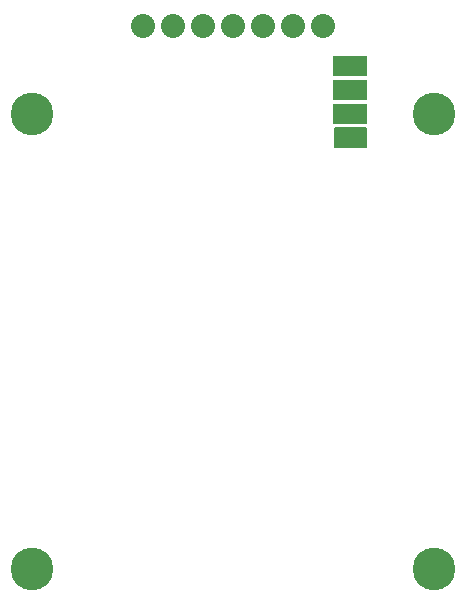
<source format=gbr>
G04 EAGLE Gerber RS-274X export*
G75*
%MOMM*%
%FSLAX34Y34*%
%LPD*%
%INSoldermask Bottom*%
%IPPOS*%
%AMOC8*
5,1,8,0,0,1.08239X$1,22.5*%
G01*
%ADD10C,3.617600*%
%ADD11C,2.032000*%
%ADD12R,2.921000X1.651000*%

G36*
X307178Y331316D02*
X307178Y331316D01*
X307297Y331323D01*
X307335Y331336D01*
X307376Y331341D01*
X307486Y331384D01*
X307599Y331421D01*
X307634Y331443D01*
X307671Y331458D01*
X307767Y331528D01*
X307868Y331591D01*
X307896Y331621D01*
X307929Y331644D01*
X308005Y331736D01*
X308086Y331823D01*
X308106Y331858D01*
X308131Y331889D01*
X308182Y331997D01*
X308240Y332101D01*
X308250Y332141D01*
X308267Y332177D01*
X308289Y332294D01*
X308319Y332409D01*
X308323Y332470D01*
X308327Y332490D01*
X308325Y332510D01*
X308329Y332570D01*
X308329Y347810D01*
X308314Y347928D01*
X308307Y348047D01*
X308294Y348085D01*
X308289Y348126D01*
X308246Y348236D01*
X308209Y348349D01*
X308187Y348384D01*
X308172Y348421D01*
X308103Y348517D01*
X308039Y348618D01*
X308009Y348646D01*
X307986Y348679D01*
X307894Y348755D01*
X307807Y348836D01*
X307772Y348856D01*
X307741Y348881D01*
X307633Y348932D01*
X307529Y348990D01*
X307489Y349000D01*
X307453Y349017D01*
X307336Y349039D01*
X307221Y349069D01*
X307161Y349073D01*
X307141Y349077D01*
X307120Y349075D01*
X307060Y349079D01*
X281660Y349079D01*
X281542Y349064D01*
X281423Y349057D01*
X281385Y349044D01*
X281344Y349039D01*
X281234Y348996D01*
X281121Y348959D01*
X281086Y348937D01*
X281049Y348922D01*
X280953Y348853D01*
X280852Y348789D01*
X280824Y348759D01*
X280791Y348736D01*
X280716Y348644D01*
X280634Y348557D01*
X280614Y348522D01*
X280589Y348491D01*
X280538Y348383D01*
X280480Y348279D01*
X280470Y348239D01*
X280453Y348203D01*
X280431Y348086D01*
X280401Y347971D01*
X280397Y347911D01*
X280393Y347891D01*
X280394Y347884D01*
X280393Y347882D01*
X280394Y347866D01*
X280391Y347810D01*
X280391Y332570D01*
X280406Y332452D01*
X280413Y332333D01*
X280426Y332295D01*
X280431Y332254D01*
X280474Y332144D01*
X280511Y332031D01*
X280533Y331996D01*
X280548Y331959D01*
X280618Y331863D01*
X280681Y331762D01*
X280711Y331734D01*
X280734Y331701D01*
X280826Y331626D01*
X280913Y331544D01*
X280948Y331524D01*
X280979Y331499D01*
X281087Y331448D01*
X281191Y331390D01*
X281231Y331380D01*
X281267Y331363D01*
X281384Y331341D01*
X281499Y331311D01*
X281560Y331307D01*
X281580Y331303D01*
X281600Y331305D01*
X281660Y331301D01*
X307060Y331301D01*
X307178Y331316D01*
G37*
D10*
X25000Y360000D03*
X365000Y360000D03*
D11*
X118800Y435000D03*
X144200Y435000D03*
X169600Y435000D03*
X195000Y435000D03*
X220400Y435000D03*
X245800Y435000D03*
X271200Y435000D03*
D12*
X294090Y360700D03*
X294090Y401340D03*
X294090Y381020D03*
D10*
X25000Y-25000D03*
X365000Y-25000D03*
M02*

</source>
